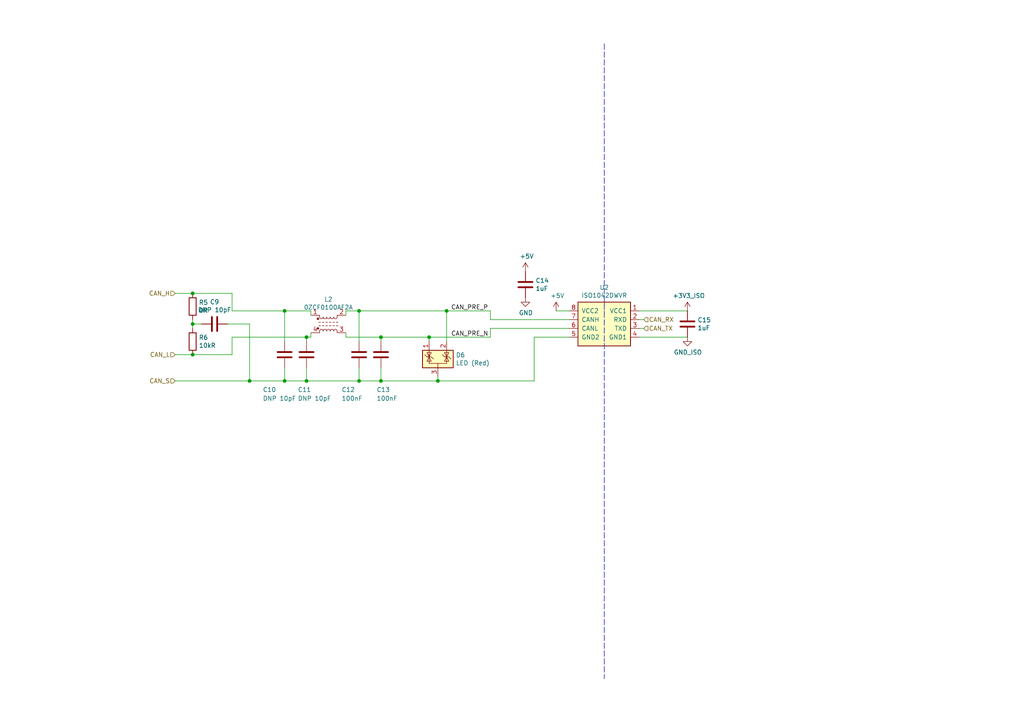
<source format=kicad_sch>
(kicad_sch (version 20211123) (generator eeschema)
  (paper "A4")
  (lib_symbols
    (symbol "+3v3_iso:+3V3_ISO" (power) (pin_names (offset 0))
      (property "Value" "+3V3_ISO" (at 0 3.556 0))
      (symbol "+3V3_ISO_0_1"
        (polyline (pts (xy -0.762 1.27) (xy 0 2.54)))
        (polyline (pts (xy 0 0) (xy 0 2.54)))
        (polyline (pts (xy 0 2.54) (xy 0.762 1.27)))
      )
      (symbol "+3V3_ISO_1_1"
        (pin power_in line (at 0 0 90) (length 0) hide (name "+3V3_ISO") (number "1"))
      )
    )
    (symbol "Device:C" (pin_numbers hide) (pin_names (offset 0.254))
      (property "Reference" "C" (at 0.635 2.54 0))
      (property "Value" "C" (at 0.635 -2.54 0))
      (symbol "C_0_1"
        (polyline (pts (xy -2.032 -0.762) (xy 2.032 -0.762)) (stroke (width 0.508)))
        (polyline (pts (xy -2.032 0.762) (xy 2.032 0.762)) (stroke (width 0.508)))
      )
      (symbol "C_1_1"
        (pin passive line (at 0 3.81 270) (length 2.794) (name "~") (number "1"))
        (pin passive line (at 0 -3.81 90) (length 2.794) (name "~") (number "2"))
      )
    )
    (symbol "Device:L_Ferrite_Coupled" (pin_names (offset 0.254) hide)
      (property "Reference" "L2" (at 0 7.1374 0))
      (property "Value" "0ZCF0100AF2A" (at 0 4.826 0))
      (symbol "L_Ferrite_Coupled_0_1"
        (circle (center -3.048 -1.27) (radius 0.254) (fill (type outline)))
        (circle (center -3.048 1.524) (radius 0.254) (fill (type outline)))
        (arc (start -2.54 2.032) (mid -2.032 1.524) (end -1.524 2.032))
        (arc (start -1.524 -2.032) (mid -2.032 -1.524) (end -2.54 -2.032))
        (arc (start -1.524 2.032) (mid -1.016 1.524) (end -0.508 2.032))
        (arc (start -0.508 -2.032) (mid -1.016 -1.524) (end -1.524 -2.032))
        (arc (start -0.508 2.032) (mid 0 1.524) (end 0.508 2.032))
        (polyline (pts (xy -2.794 -0.508) (xy -2.286 -0.508)))
        (polyline (pts (xy -2.794 0.508) (xy -2.286 0.508)))
        (polyline (pts (xy -2.54 -2.032) (xy -2.54 -2.54)))
        (polyline (pts (xy -2.54 2.032) (xy -2.54 2.54)))
        (polyline (pts (xy -1.778 -0.508) (xy -1.27 -0.508)))
        (polyline (pts (xy -1.778 0.508) (xy -1.27 0.508)))
        (polyline (pts (xy -0.762 -0.508) (xy -0.254 -0.508)))
        (polyline (pts (xy -0.762 0.508) (xy -0.254 0.508)))
        (polyline (pts (xy 0.254 -0.508) (xy 0.762 -0.508)))
        (polyline (pts (xy 0.254 0.508) (xy 0.762 0.508)))
        (polyline (pts (xy 1.27 -0.508) (xy 1.778 -0.508)))
        (polyline (pts (xy 1.27 0.508) (xy 1.778 0.508)))
        (polyline (pts (xy 2.286 -0.508) (xy 2.794 -0.508)))
        (polyline (pts (xy 2.286 0.508) (xy 2.794 0.508)))
        (polyline (pts (xy 2.54 -2.032) (xy 2.54 -2.54)))
        (polyline (pts (xy 2.54 2.54) (xy 2.54 2.032)))
        (arc (start 0.508 -2.032) (mid 0 -1.524) (end -0.508 -2.032))
        (arc (start 0.508 2.032) (mid 1.016 1.524) (end 1.524 2.032))
        (arc (start 1.524 -2.032) (mid 1.016 -1.524) (end 0.508 -2.032))
        (arc (start 1.524 2.032) (mid 2.032 1.524) (end 2.54 2.032))
        (arc (start 2.54 -2.032) (mid 2.032 -1.524) (end 1.524 -2.032))
      )
      (symbol "L_Ferrite_Coupled_1_1"
        (pin passive line (at -5.08 2.54 0) (length 2.54) (name "1") (number "1"))
        (pin passive line (at 5.08 2.54 180) (length 2.54) (name "2") (number "2"))
        (pin passive line (at 5.08 -2.54 180) (length 2.54) (name "3") (number "3"))
        (pin passive line (at -5.08 -2.54 0) (length 2.54) (name "4") (number "4"))
      )
    )
    (symbol "Device:R" (pin_numbers hide) (pin_names (offset 0))
      (property "Reference" "R" (at 2.032 0 90))
      (property "Value" "R" (at 0 0 90))
      (symbol "R_0_1"
        (rectangle (start -1.016 -2.54) (end 1.016 2.54) (stroke (width 0.254)))
      )
      (symbol "R_1_1"
        (pin passive line (at 0 3.81 270) (length 1.27) (name "~") (number "1"))
        (pin passive line (at 0 -3.81 90) (length 1.27) (name "~") (number "2"))
      )
    )
    (symbol "ISO1042DWVR:ISO1042DWVR" (pin_names (offset 1.016))
      (property "Reference" "U" (at -7.62 7.62 0))
      (property "Value" "ISO1042DWVR" (at -7.62 -8.89 0))
      (symbol "ISO1042DWVR_1_1"
        (polyline (pts (xy 0 -3.81) (xy 0 -5.08)))
        (polyline (pts (xy 0 -1.27) (xy 0 -2.54)))
        (polyline (pts (xy 0 1.27) (xy 0 0)))
        (polyline (pts (xy 0 3.81) (xy 0 2.54)))
        (polyline (pts (xy 0 6.35) (xy 0 5.08)))
        (rectangle (start 7.62 6.35) (end -7.62 -6.35) (stroke (width 0.254)) (fill (type background)))
        (pin power_in line (at 10.16 3.81 180) (length 2.54) (name "VCC1") (number "1"))
        (pin output line (at 10.16 1.27 180) (length 2.54) (name "RXD") (number "2"))
        (pin input line (at 10.16 -1.27 180) (length 2.54) (name "TXD") (number "3"))
        (pin power_in line (at 10.16 -3.81 180) (length 2.54) (name "GND1") (number "4"))
        (pin power_in line (at -10.16 -3.81 0) (length 2.54) (name "GND2") (number "5"))
        (pin bidirectional line (at -10.16 -1.27 0) (length 2.54) (name "CANL") (number "6"))
        (pin bidirectional line (at -10.16 1.27 0) (length 2.54) (name "CANH") (number "7"))
        (pin power_in line (at -10.16 3.81 0) (length 2.54) (name "VCC2") (number "8"))
      )
    )
    (symbol "Power_Protection:NUP2105L" (pin_names hide)
      (property "Reference" "D" (at 5.715 2.54 0))
      (property "Value" "NUP2105L" (at 5.715 0.635 0))
      (symbol "NUP2105L_0_0"
        (pin passive line (at 0 -5.08 90) (length 2.54) (name "A") (number "3"))
      )
      (symbol "NUP2105L_0_1"
        (rectangle (start -4.445 2.54) (end 4.445 -2.54) (stroke (width 0.254)) (fill (type background)))
        (polyline (pts (xy -2.54 2.54) (xy -2.54 0.635)))
        (polyline (pts (xy 0 -1.27) (xy 0 -2.54)))
        (polyline (pts (xy 2.54 2.54) (xy 2.54 0.635)))
        (polyline (pts (xy -3.81 1.27) (xy -3.175 0.635) (xy -1.905 0.635) (xy -1.27 0)))
        (polyline (pts (xy -2.54 0.635) (xy -2.54 -1.27) (xy 2.54 -1.27) (xy 2.54 0.635)))
        (polyline (pts (xy -2.54 0.635) (xy -1.905 -0.635) (xy -3.175 -0.635) (xy -2.54 0.635)))
        (polyline (pts (xy 2.54 0.635) (xy 1.905 -0.635) (xy 3.175 -0.635) (xy 2.54 0.635)))
        (polyline (pts (xy 2.54 0.635) (xy 3.175 1.905) (xy 1.905 1.905) (xy 2.54 0.635)))
        (polyline (pts (xy -2.54 0.635) (xy -3.175 1.905) (xy -1.905 1.905) (xy -2.54 0.635) (xy -2.54 1.27)))
        (polyline (pts (xy 1.27 1.27) (xy 1.905 0.635) (xy 2.54 0.635) (xy 3.175 0.635) (xy 3.81 0)))
      )
      (symbol "NUP2105L_1_1"
        (pin passive line (at -2.54 5.08 270) (length 2.54) (name "K") (number "1"))
        (pin passive line (at 2.54 5.08 270) (length 2.54) (name "K") (number "2"))
      )
    )
    (symbol "gnd_iso:GND_ISO" (power) (pin_names (offset 0))
      (property "Value" "GND_ISO" (at 0 -3.81 0))
      (symbol "GND_ISO_0_1"
        (polyline (pts (xy 0 0) (xy 0 -1.27) (xy 1.27 -1.27) (xy 0 -2.54) (xy -1.27 -1.27) (xy 0 -1.27)))
      )
      (symbol "GND_ISO_1_1"
        (pin power_in line (at 0 0 270) (length 0) hide (name "GND_ISO") (number "1"))
      )
    )
    (symbol "power:+5V" (power) (pin_names (offset 0))
      (property "Value" "+5V" (at 0 3.556 0))
      (symbol "+5V_0_1"
        (polyline (pts (xy -0.762 1.27) (xy 0 2.54)))
        (polyline (pts (xy 0 0) (xy 0 2.54)))
        (polyline (pts (xy 0 2.54) (xy 0.762 1.27)))
      )
      (symbol "+5V_1_1"
        (pin power_in line (at 0 0 90) (length 0) hide (name "+5V") (number "1"))
      )
    )
    (symbol "power:GND" (power) (pin_names (offset 0))
      (property "Value" "GND" (at 0 -3.81 0))
      (symbol "GND_0_1"
        (polyline (pts (xy 0 0) (xy 0 -1.27) (xy 1.27 -1.27) (xy 0 -2.54) (xy -1.27 -1.27) (xy 0 -1.27)))
      )
      (symbol "GND_1_1"
        (pin power_in line (at 0 0 270) (length 0) hide (name "GND") (number "1"))
      )
    )
  )
  (junction (at 104.14 90.17))
  (junction (at 127 110.49))
  (junction (at 82.55 90.17))
  (junction (at 72.39 110.49))
  (junction (at 88.9 110.49))
  (junction (at 124.46 97.79))
  (junction (at 55.88 102.87))
  (junction (at 88.9 97.79))
  (junction (at 129.54 90.17))
  (junction (at 110.49 110.49))
  (junction (at 110.49 97.79))
  (junction (at 82.55 110.49))
  (junction (at 55.88 93.98))
  (junction (at 55.88 85.09))
  (junction (at 104.14 110.49))
  (wire (pts (xy 90.17 97.79) (xy 88.9 97.79)))
  (wire (pts (xy 142.24 97.79) (xy 124.46 97.79)))
  (wire (pts (xy 104.14 99.06) (xy 104.14 90.17)))
  (wire (pts (xy 142.24 95.25) (xy 142.24 97.79)))
  (wire (pts (xy 67.31 85.09) (xy 55.88 85.09)))
  (wire (pts (xy 88.9 110.49) (xy 104.14 110.49)))
  (wire (pts (xy 185.42 97.79) (xy 199.39 97.79)))
  (wire (pts (xy 100.33 90.17) (xy 104.14 90.17)))
  (wire (pts (xy 50.8 102.87) (xy 55.88 102.87)))
  (wire (pts (xy 82.55 110.49) (xy 88.9 110.49)))
  (wire (pts (xy 110.49 97.79) (xy 124.46 97.79)))
  (wire (pts (xy 110.49 106.68) (xy 110.49 110.49)))
  (wire (pts (xy 67.31 90.17) (xy 82.55 90.17)))
  (wire (pts (xy 82.55 106.68) (xy 82.55 110.49)))
  (wire (pts (xy 82.55 99.06) (xy 82.55 90.17)))
  (wire (pts (xy 55.88 85.09) (xy 50.8 85.09)))
  (wire (pts (xy 165.1 90.17) (xy 161.29 90.17)))
  (wire (pts (xy 72.39 93.98) (xy 72.39 110.49)))
  (polyline (pts (xy 175.26 12.7) (xy 175.26 196.85)))
  (wire (pts (xy 199.39 90.17) (xy 185.42 90.17)))
  (wire (pts (xy 154.94 97.79) (xy 165.1 97.79)))
  (wire (pts (xy 88.9 97.79) (xy 67.31 97.79)))
  (wire (pts (xy 55.88 93.98) (xy 55.88 92.71)))
  (wire (pts (xy 55.88 102.87) (xy 67.31 102.87)))
  (wire (pts (xy 50.8 110.49) (xy 72.39 110.49)))
  (wire (pts (xy 82.55 90.17) (xy 90.17 90.17)))
  (wire (pts (xy 186.69 92.71) (xy 185.42 92.71)))
  (wire (pts (xy 104.14 110.49) (xy 110.49 110.49)))
  (wire (pts (xy 129.54 99.06) (xy 129.54 90.17)))
  (wire (pts (xy 90.17 96.52) (xy 90.17 97.79)))
  (wire (pts (xy 88.9 106.68) (xy 88.9 110.49)))
  (wire (pts (xy 165.1 92.71) (xy 142.24 92.71)))
  (wire (pts (xy 58.42 93.98) (xy 55.88 93.98)))
  (wire (pts (xy 100.33 96.52) (xy 100.33 97.79)))
  (wire (pts (xy 67.31 90.17) (xy 67.31 85.09)))
  (wire (pts (xy 142.24 92.71) (xy 142.24 90.17)))
  (wire (pts (xy 127 109.22) (xy 127 110.49)))
  (wire (pts (xy 110.49 99.06) (xy 110.49 97.79)))
  (wire (pts (xy 185.42 95.25) (xy 186.69 95.25)))
  (wire (pts (xy 88.9 99.06) (xy 88.9 97.79)))
  (wire (pts (xy 66.04 93.98) (xy 72.39 93.98)))
  (wire (pts (xy 104.14 90.17) (xy 129.54 90.17)))
  (wire (pts (xy 100.33 97.79) (xy 110.49 97.79)))
  (wire (pts (xy 55.88 95.25) (xy 55.88 93.98)))
  (wire (pts (xy 72.39 110.49) (xy 82.55 110.49)))
  (wire (pts (xy 104.14 106.68) (xy 104.14 110.49)))
  (wire (pts (xy 100.33 90.17) (xy 100.33 91.44)))
  (wire (pts (xy 110.49 110.49) (xy 127 110.49)))
  (wire (pts (xy 90.17 91.44) (xy 90.17 90.17)))
  (wire (pts (xy 124.46 99.06) (xy 124.46 97.79)))
  (wire (pts (xy 154.94 110.49) (xy 154.94 97.79)))
  (wire (pts (xy 127 110.49) (xy 154.94 110.49)))
  (wire (pts (xy 142.24 90.17) (xy 129.54 90.17)))
  (wire (pts (xy 165.1 95.25) (xy 142.24 95.25)))
  (wire (pts (xy 67.31 102.87) (xy 67.31 97.79)))
  (label "CAN_PRE_P" (at 130.81 90.17 0))
  (label "CAN_PRE_N" (at 130.81 97.79 0))
  (hierarchical_label "CAN_L" (shape input) (at 50.8 102.87 180))
  (hierarchical_label "CAN_H" (shape input) (at 50.8 85.09 180))
  (hierarchical_label "CAN_S" (shape input) (at 50.8 110.49 180))
  (hierarchical_label "CAN_TX" (shape input) (at 186.69 95.25 0))
  (hierarchical_label "CAN_RX" (shape input) (at 186.69 92.71 0))
  (symbol (lib_id "ISO1042DWVR:ISO1042DWVR") (at 175.26 93.98 0) (unit 1)
    (property "Reference" "U2" (at 175.26 83.3882 0))
    (property "Value" "ISO1042DWVR" (at 175.26 85.6996 0))
    (property "Footprint" "ISO1042DWVR:SOIC127P1150X280-8N" (effects hide))
    (property "Part Number" "ISO1042DWVR" (effects hide))
    (property "Manufacturer" "Texas Instruments" (effects hide))
    (property "Mouser Part Number" "NOT AVAILABLE!" (effects hide))
    (property "Mouser URL" "NOT AVAILABLE!" (effects hide))
  )
  (symbol (lib_id "+3v3_iso:+3V3_ISO") (at 199.39 90.17 0) (unit 1)
    (property "Reference" "#PWR018" (effects hide))
    (property "Value" "+3V3_ISO" (at 199.771 85.7758 0))
  )
  (symbol (lib_id "power:+5V") (at 161.29 90.17 0) (unit 1)
    (property "Reference" "#PWR017" (effects hide))
    (property "Value" "+5V" (at 161.671 85.7758 0))
  )
  (symbol (lib_id "gnd_iso:GND_ISO") (at 199.39 97.79 0) (unit 1)
    (property "Reference" "#PWR019" (effects hide))
    (property "Value" "GND_ISO" (at 199.517 102.1842 0))
  )
  (symbol (lib_id "Device:C") (at 152.4 82.55 0) (unit 1)
    (property "Reference" "C14" (at 155.321 81.3816 0) (effects (justify left)))
    (property "Value" "1uF" (at 155.321 83.693 0) (effects (justify left)))
    (property "Footprint" "Capacitor_SMD:C_0603_1608Metric_Pad1.08x0.95mm_HandSolder" (effects hide))
    (property "Part Number" "-" (effects hide))
    (property "Manufacturer" "-" (effects hide))
  )
  (symbol (lib_id "power:+5V") (at 152.4 78.74 0) (unit 1)
    (property "Reference" "#PWR015" (effects hide))
    (property "Value" "+5V" (at 152.781 74.3458 0))
  )
  (symbol (lib_id "power:GND") (at 152.4 86.36 0) (unit 1)
    (property "Reference" "#PWR016" (effects hide))
    (property "Value" "GND" (at 152.527 90.7542 0))
  )
  (symbol (lib_id "Power_Protection:NUP2105L") (at 127 104.14 0) (unit 1)
    (property "Reference" "D6" (at 132.207 102.9716 0) (effects (justify left)))
    (property "Value" "LED (Red)" (at 132.207 105.283 0) (effects (justify left)))
    (property "Footprint" "LED_SMD:LED_0805_2012Metric_Pad1.15x1.40mm_HandSolder" (effects hide))
    (property "Datasheet" "http://www.onsemi.com/pub_link/Collateral/NUP2105L-D.PDF" (effects hide))
    (property "Part Number" "NUP2105L" (effects hide))
    (property "Manufacturer" "ON Semiconductor" (effects hide))
    (property "Mouser Part Number" "863-SZNUP2105LT1G" (effects hide))
    (property "Mouser URL" "https://au.mouser.com/ProductDetail/onsemi/SZNUP2105LT1G?qs=PJJcWtbOkNWqqZbXH80dfQ%3D%3D" (effects hide))
  )
  (symbol (lib_id "Device:R") (at 55.88 88.9 0) (unit 1)
    (property "Reference" "R5" (at 57.658 87.7316 0) (effects (justify left)))
    (property "Value" "0R" (at 57.658 90.043 0) (effects (justify left)))
    (property "Footprint" "Resistor_SMD:R_0603_1608Metric_Pad0.98x0.95mm_HandSolder" (effects hide))
    (property "Part Number" "-" (effects hide))
    (property "Manufacturer" "-" (effects hide))
  )
  (symbol (lib_id "Device:C") (at 62.23 93.98 270) (unit 1)
    (property "Reference" "C9" (at 62.23 87.5792 90))
    (property "Value" "DNP 10pF" (at 62.23 89.8906 90))
    (property "Footprint" "Capacitor_SMD:C_0603_1608Metric_Pad1.08x0.95mm_HandSolder" (effects hide))
    (property "Part Number" "-" (effects hide))
    (property "Manufacturer" "-" (effects hide))
  )
  (symbol (lib_id "Device:L_Ferrite_Coupled") (at 95.25 93.98 0) (unit 1)
    (property "Reference" "L2" (at 95.25 86.8426 0))
    (property "Value" "0ZCF0100AF2A" (at 95.25 89.154 0))
    (property "Footprint" "Inductor_SMD:L_CommonModeChoke_Coilcraft_1812CAN" (effects hide))
    (property "Part Number" "B82787C0104H002" (effects hide))
    (property "Manufacturer" "EPCOS - TDK" (effects hide))
    (property "Mouser Part Number" "871-B82787C104H2" (effects hide))
    (property "Mouser URL" "https://au.mouser.com/ProductDetail/EPCOS-TDK/B82787C0104H002?qs=C9xViIFka8ni2PxKXbJHjQ%3D%3D" (effects hide))
  )
  (symbol (lib_id "Device:C") (at 82.55 102.87 0) (unit 1)
    (property "Reference" "C10" (at 76.2 113.03 0) (effects (justify left)))
    (property "Value" "DNP 10pF" (at 76.2 115.57 0) (effects (justify left)))
    (property "Footprint" "Capacitor_SMD:C_0603_1608Metric_Pad1.08x0.95mm_HandSolder" (effects hide))
    (property "Part Number" "-" (effects hide))
    (property "Manufacturer" "-" (effects hide))
  )
  (symbol (lib_id "Device:C") (at 88.9 102.87 0) (unit 1)
    (property "Reference" "C11" (at 86.36 113.03 0) (effects (justify left)))
    (property "Value" "DNP 10pF" (at 86.36 115.57 0) (effects (justify left)))
    (property "Footprint" "Capacitor_SMD:C_0603_1608Metric_Pad1.08x0.95mm_HandSolder" (effects hide))
    (property "Part Number" "-" (effects hide))
    (property "Manufacturer" "-" (effects hide))
  )
  (symbol (lib_id "Device:C") (at 104.14 102.87 0) (unit 1)
    (property "Reference" "C12" (at 99.06 113.03 0) (effects (justify left)))
    (property "Value" "100nF" (at 99.06 115.57 0) (effects (justify left)))
    (property "Footprint" "Capacitor_SMD:C_0603_1608Metric_Pad1.08x0.95mm_HandSolder" (effects hide))
    (property "Part Number" "-" (effects hide))
    (property "Manufacturer" "-" (effects hide))
  )
  (symbol (lib_id "Device:C") (at 110.49 102.87 0) (unit 1)
    (property "Reference" "C13" (at 109.22 113.03 0) (effects (justify left)))
    (property "Value" "100nF" (at 109.22 115.57 0) (effects (justify left)))
    (property "Footprint" "Capacitor_SMD:C_0603_1608Metric_Pad1.08x0.95mm_HandSolder" (effects hide))
    (property "Part Number" "-" (effects hide))
    (property "Manufacturer" "-" (effects hide))
  )
  (symbol (lib_id "Device:R") (at 55.88 99.06 0) (unit 1)
    (property "Reference" "R6" (at 57.658 97.8916 0) (effects (justify left)))
    (property "Value" "10kR" (at 57.658 100.203 0) (effects (justify left)))
    (property "Footprint" "Resistor_SMD:R_0603_1608Metric_Pad0.98x0.95mm_HandSolder" (effects hide))
    (property "Part Number" "-" (effects hide))
    (property "Manufacturer" "-" (effects hide))
  )
  (symbol (lib_id "Device:C") (at 199.39 93.98 0) (unit 1)
    (property "Reference" "C15" (at 202.311 92.8116 0) (effects (justify left)))
    (property "Value" "1uF" (at 202.311 95.123 0) (effects (justify left)))
    (property "Footprint" "Capacitor_SMD:C_0603_1608Metric_Pad1.08x0.95mm_HandSolder" (effects hide))
    (property "Part Number" "-" (effects hide))
    (property "Manufacturer" "-" (effects hide))
  )
)
</source>
